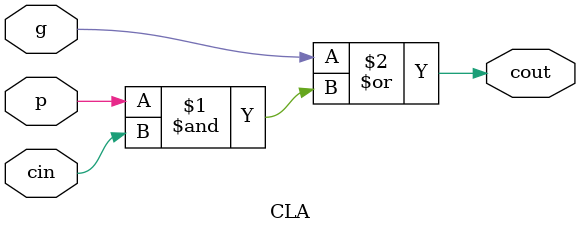
<source format=v>
`timescale 1ns / 1ps


module CLA(p, g, cin , cout);
 input g;
 input p;
 input cin;
 output cout;
 
 assign cout = g|(p & cin);
 
 
 
endmodule

</source>
